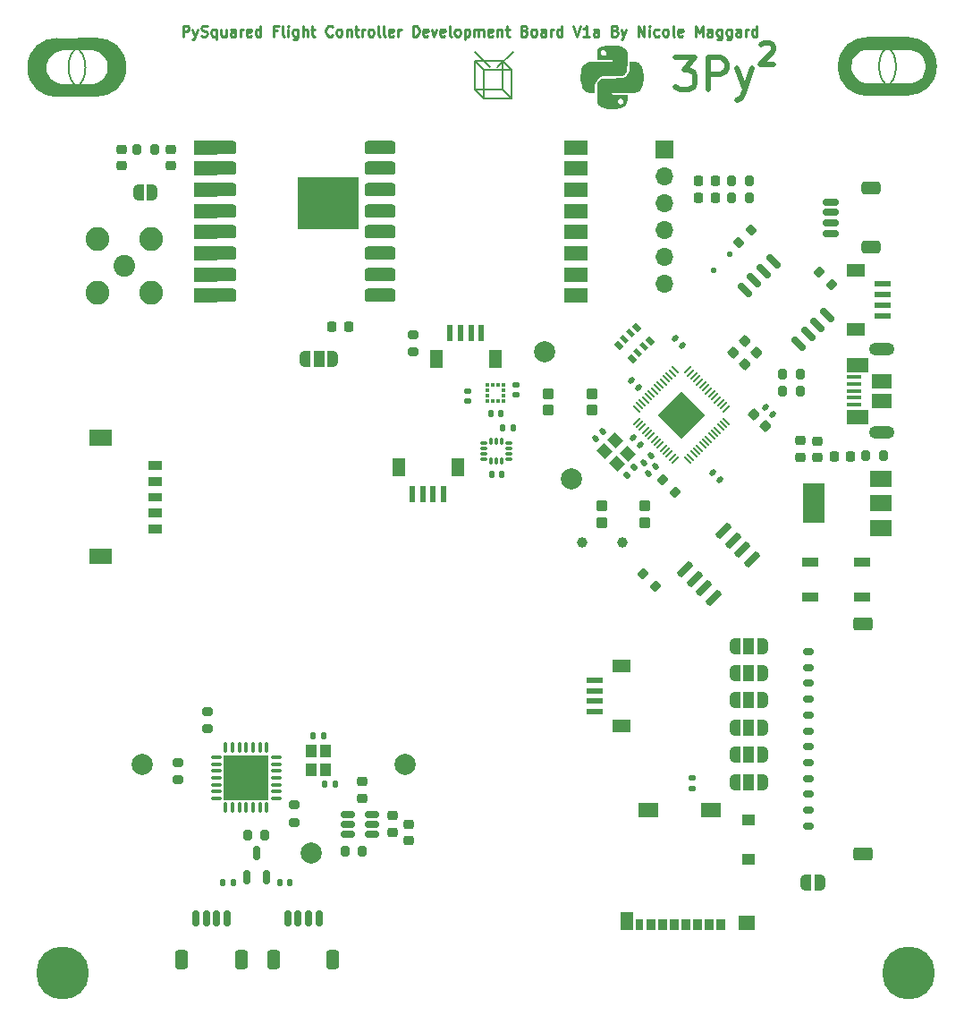
<source format=gbr>
%TF.GenerationSoftware,KiCad,Pcbnew,7.0.1*%
%TF.CreationDate,2024-01-18T19:19:15-07:00*%
%TF.ProjectId,flight_computer_dev_board_rfm98pw,666c6967-6874-45f6-936f-6d7075746572,rev?*%
%TF.SameCoordinates,Original*%
%TF.FileFunction,Soldermask,Top*%
%TF.FilePolarity,Negative*%
%FSLAX46Y46*%
G04 Gerber Fmt 4.6, Leading zero omitted, Abs format (unit mm)*
G04 Created by KiCad (PCBNEW 7.0.1) date 2024-01-18 19:19:15*
%MOMM*%
%LPD*%
G01*
G04 APERTURE LIST*
G04 Aperture macros list*
%AMRoundRect*
0 Rectangle with rounded corners*
0 $1 Rounding radius*
0 $2 $3 $4 $5 $6 $7 $8 $9 X,Y pos of 4 corners*
0 Add a 4 corners polygon primitive as box body*
4,1,4,$2,$3,$4,$5,$6,$7,$8,$9,$2,$3,0*
0 Add four circle primitives for the rounded corners*
1,1,$1+$1,$2,$3*
1,1,$1+$1,$4,$5*
1,1,$1+$1,$6,$7*
1,1,$1+$1,$8,$9*
0 Add four rect primitives between the rounded corners*
20,1,$1+$1,$2,$3,$4,$5,0*
20,1,$1+$1,$4,$5,$6,$7,0*
20,1,$1+$1,$6,$7,$8,$9,0*
20,1,$1+$1,$8,$9,$2,$3,0*%
%AMRotRect*
0 Rectangle, with rotation*
0 The origin of the aperture is its center*
0 $1 length*
0 $2 width*
0 $3 Rotation angle, in degrees counterclockwise*
0 Add horizontal line*
21,1,$1,$2,0,0,$3*%
%AMFreePoly0*
4,1,19,0.550000,-0.750000,0.000000,-0.750000,0.000000,-0.744911,-0.071157,-0.744911,-0.207708,-0.704816,-0.327430,-0.627875,-0.420627,-0.520320,-0.479746,-0.390866,-0.500000,-0.250000,-0.500000,0.250000,-0.479746,0.390866,-0.420627,0.520320,-0.327430,0.627875,-0.207708,0.704816,-0.071157,0.744911,0.000000,0.744911,0.000000,0.750000,0.550000,0.750000,0.550000,-0.750000,0.550000,-0.750000,
$1*%
%AMFreePoly1*
4,1,19,0.000000,0.744911,0.071157,0.744911,0.207708,0.704816,0.327430,0.627875,0.420627,0.520320,0.479746,0.390866,0.500000,0.250000,0.500000,-0.250000,0.479746,-0.390866,0.420627,-0.520320,0.327430,-0.627875,0.207708,-0.704816,0.071157,-0.744911,0.000000,-0.744911,0.000000,-0.750000,-0.550000,-0.750000,-0.550000,0.750000,0.000000,0.750000,0.000000,0.744911,0.000000,0.744911,
$1*%
%AMFreePoly2*
4,1,19,0.500000,-0.750000,0.000000,-0.750000,0.000000,-0.744911,-0.071157,-0.744911,-0.207708,-0.704816,-0.327430,-0.627875,-0.420627,-0.520320,-0.479746,-0.390866,-0.500000,-0.250000,-0.500000,0.250000,-0.479746,0.390866,-0.420627,0.520320,-0.327430,0.627875,-0.207708,0.704816,-0.071157,0.744911,0.000000,0.744911,0.000000,0.750000,0.500000,0.750000,0.500000,-0.750000,0.500000,-0.750000,
$1*%
%AMFreePoly3*
4,1,19,0.000000,0.744911,0.071157,0.744911,0.207708,0.704816,0.327430,0.627875,0.420627,0.520320,0.479746,0.390866,0.500000,0.250000,0.500000,-0.250000,0.479746,-0.390866,0.420627,-0.520320,0.327430,-0.627875,0.207708,-0.704816,0.071157,-0.744911,0.000000,-0.744911,0.000000,-0.750000,-0.500000,-0.750000,-0.500000,0.750000,0.000000,0.750000,0.000000,0.744911,0.000000,0.744911,
$1*%
G04 Aperture macros list end*
%ADD10C,0.200000*%
%ADD11C,0.150000*%
%ADD12C,0.500000*%
%ADD13C,0.250000*%
%ADD14C,0.010000*%
%ADD15C,2.000000*%
%ADD16FreePoly0,0.000000*%
%ADD17R,1.000000X1.500000*%
%ADD18FreePoly1,0.000000*%
%ADD19RoundRect,0.140000X-0.021213X0.219203X-0.219203X0.021213X0.021213X-0.219203X0.219203X-0.021213X0*%
%ADD20RoundRect,0.225000X0.250000X-0.225000X0.250000X0.225000X-0.250000X0.225000X-0.250000X-0.225000X0*%
%ADD21RoundRect,0.200000X-0.200000X-0.275000X0.200000X-0.275000X0.200000X0.275000X-0.200000X0.275000X0*%
%ADD22RoundRect,0.135000X0.185000X-0.135000X0.185000X0.135000X-0.185000X0.135000X-0.185000X-0.135000X0*%
%ADD23C,2.050000*%
%ADD24C,2.250000*%
%ADD25RoundRect,0.150000X-0.150000X-0.625000X0.150000X-0.625000X0.150000X0.625000X-0.150000X0.625000X0*%
%ADD26RoundRect,0.250000X-0.350000X-0.650000X0.350000X-0.650000X0.350000X0.650000X-0.350000X0.650000X0*%
%ADD27RoundRect,0.225000X-0.250000X0.225000X-0.250000X-0.225000X0.250000X-0.225000X0.250000X0.225000X0*%
%ADD28R,2.000000X1.500000*%
%ADD29R,2.000000X3.800000*%
%ADD30R,1.550000X0.600000*%
%ADD31R,1.800000X1.200000*%
%ADD32RoundRect,0.200000X-0.275000X0.200000X-0.275000X-0.200000X0.275000X-0.200000X0.275000X0.200000X0*%
%ADD33RoundRect,0.140000X0.021213X-0.219203X0.219203X-0.021213X-0.021213X0.219203X-0.219203X0.021213X0*%
%ADD34RoundRect,0.218750X0.218750X0.256250X-0.218750X0.256250X-0.218750X-0.256250X0.218750X-0.256250X0*%
%ADD35RotRect,0.800000X0.500000X135.000000*%
%ADD36RotRect,0.800000X0.400000X135.000000*%
%ADD37RoundRect,0.218750X-0.218750X-0.256250X0.218750X-0.256250X0.218750X0.256250X-0.218750X0.256250X0*%
%ADD38RoundRect,0.050800X-0.450000X-0.450000X0.450000X-0.450000X0.450000X0.450000X-0.450000X0.450000X0*%
%ADD39RoundRect,0.140000X-0.140000X-0.170000X0.140000X-0.170000X0.140000X0.170000X-0.140000X0.170000X0*%
%ADD40RoundRect,0.140000X-0.170000X0.140000X-0.170000X-0.140000X0.170000X-0.140000X0.170000X0.140000X0*%
%ADD41RoundRect,0.200000X0.200000X0.275000X-0.200000X0.275000X-0.200000X-0.275000X0.200000X-0.275000X0*%
%ADD42RoundRect,0.225000X0.017678X-0.335876X0.335876X-0.017678X-0.017678X0.335876X-0.335876X0.017678X0*%
%ADD43R,0.600000X1.550000*%
%ADD44R,1.200000X1.800000*%
%ADD45RoundRect,0.135000X-0.035355X0.226274X-0.226274X0.035355X0.035355X-0.226274X0.226274X-0.035355X0*%
%ADD46RotRect,1.150000X1.000000X315.000000*%
%ADD47RoundRect,0.140000X0.219203X0.021213X0.021213X0.219203X-0.219203X-0.021213X-0.021213X-0.219203X0*%
%ADD48RoundRect,0.140000X0.140000X0.170000X-0.140000X0.170000X-0.140000X-0.170000X0.140000X-0.170000X0*%
%ADD49FreePoly2,0.000000*%
%ADD50FreePoly3,0.000000*%
%ADD51R,1.000000X1.150000*%
%ADD52RoundRect,0.150000X-0.512500X-0.150000X0.512500X-0.150000X0.512500X0.150000X-0.512500X0.150000X0*%
%ADD53C,5.000000*%
%ADD54RoundRect,0.150000X0.150000X-0.512500X0.150000X0.512500X-0.150000X0.512500X-0.150000X-0.512500X0*%
%ADD55RoundRect,0.200000X0.335876X0.053033X0.053033X0.335876X-0.335876X-0.053033X-0.053033X-0.335876X0*%
%ADD56RoundRect,0.063500X1.000000X0.650000X-1.000000X0.650000X-1.000000X-0.650000X1.000000X-0.650000X0*%
%ADD57RoundRect,0.063500X2.849999X2.400000X-2.849999X2.400000X-2.849999X-2.400000X2.849999X-2.400000X0*%
%ADD58RoundRect,0.087500X-0.225000X-0.087500X0.225000X-0.087500X0.225000X0.087500X-0.225000X0.087500X0*%
%ADD59RoundRect,0.087500X-0.087500X-0.225000X0.087500X-0.225000X0.087500X0.225000X-0.087500X0.225000X0*%
%ADD60RoundRect,0.225000X-0.335876X-0.017678X-0.017678X-0.335876X0.335876X0.017678X0.017678X0.335876X0*%
%ADD61RoundRect,0.150000X-0.565685X0.353553X0.353553X-0.565685X0.565685X-0.353553X-0.353553X0.565685X0*%
%ADD62RoundRect,0.140000X-0.219203X-0.021213X-0.021213X-0.219203X0.219203X0.021213X0.021213X0.219203X0*%
%ADD63R,1.500000X0.900000*%
%ADD64RoundRect,0.125000X0.000000X-0.176777X0.176777X0.000000X0.000000X0.176777X-0.176777X0.000000X0*%
%ADD65R,0.850000X1.100000*%
%ADD66R,0.750000X1.100000*%
%ADD67R,1.200000X1.000000*%
%ADD68R,1.550000X1.350000*%
%ADD69R,1.900000X1.350000*%
%ADD70R,1.170000X1.800000*%
%ADD71RoundRect,0.150000X0.625000X-0.150000X0.625000X0.150000X-0.625000X0.150000X-0.625000X-0.150000X0*%
%ADD72RoundRect,0.250000X0.650000X-0.350000X0.650000X0.350000X-0.650000X0.350000X-0.650000X-0.350000X0*%
%ADD73RoundRect,0.200000X0.275000X-0.200000X0.275000X0.200000X-0.275000X0.200000X-0.275000X-0.200000X0*%
%ADD74RoundRect,0.050000X-0.309359X0.238649X0.238649X-0.309359X0.309359X-0.238649X-0.238649X0.309359X0*%
%ADD75RoundRect,0.050000X-0.309359X-0.238649X-0.238649X-0.309359X0.309359X0.238649X0.238649X0.309359X0*%
%ADD76RotRect,3.200000X3.200000X315.000000*%
%ADD77RoundRect,0.317500X1.157500X0.317500X-1.157500X0.317500X-1.157500X-0.317500X1.157500X-0.317500X0*%
%ADD78R,0.375000X0.350000*%
%ADD79R,0.350000X0.375000*%
%ADD80RoundRect,0.225000X0.225000X0.250000X-0.225000X0.250000X-0.225000X-0.250000X0.225000X-0.250000X0*%
%ADD81RoundRect,0.075000X-0.437500X-0.075000X0.437500X-0.075000X0.437500X0.075000X-0.437500X0.075000X0*%
%ADD82RoundRect,0.075000X-0.075000X-0.437500X0.075000X-0.437500X0.075000X0.437500X-0.075000X0.437500X0*%
%ADD83R,4.250000X4.250000*%
%ADD84RoundRect,0.150000X0.350000X-0.150000X0.350000X0.150000X-0.350000X0.150000X-0.350000X-0.150000X0*%
%ADD85RoundRect,0.250000X0.650000X-0.375000X0.650000X0.375000X-0.650000X0.375000X-0.650000X-0.375000X0*%
%ADD86RoundRect,0.200000X-0.335876X-0.053033X-0.053033X-0.335876X0.335876X0.053033X0.053033X0.335876X0*%
%ADD87RoundRect,0.150000X0.406586X0.618718X-0.618718X-0.406586X-0.406586X-0.618718X0.618718X0.406586X0*%
%ADD88RoundRect,0.200000X-0.053033X0.335876X-0.335876X0.053033X0.053033X-0.335876X0.335876X-0.053033X0*%
%ADD89R,1.380000X0.450000*%
%ADD90O,2.416000X1.208000*%
%ADD91R,2.100000X1.475000*%
%ADD92R,1.900000X1.375000*%
%ADD93R,1.700000X1.700000*%
%ADD94O,1.700000X1.700000*%
%ADD95C,1.000000*%
G04 APERTURE END LIST*
D10*
X187840000Y-52410000D02*
X186360000Y-50930000D01*
D11*
X153291978Y-52405459D02*
G75*
G03*
X153291978Y-52405459I-2692408J0D01*
G01*
D10*
X189040000Y-51820000D02*
X186340000Y-51820000D01*
X186340000Y-51820000D02*
X187190000Y-52670000D01*
X186340000Y-54520000D02*
X189040000Y-54520000D01*
X189040000Y-54520000D02*
X189040000Y-51820000D01*
D11*
X146799570Y-55127504D02*
X150599570Y-55134011D01*
D10*
X189040000Y-54520000D02*
X189890000Y-55370000D01*
X186340000Y-54520000D02*
X186340000Y-51820000D01*
D11*
X223543845Y-55035798D02*
X227343845Y-55042305D01*
X149506967Y-52430757D02*
G75*
G03*
X149506967Y-52430757I-2707397J0D01*
G01*
X230036253Y-52313753D02*
G75*
G03*
X230036253Y-52313753I-2692408J0D01*
G01*
X227393845Y-49635798D02*
X223593845Y-49642305D01*
X150649570Y-49727504D02*
X146849570Y-49734011D01*
D10*
X189890000Y-55370000D02*
X189890000Y-52670000D01*
X189040000Y-51820000D02*
X189890000Y-52670000D01*
X187190000Y-52670000D02*
X187190000Y-55370000D01*
X187190000Y-55370000D02*
X186340000Y-54520000D01*
X189890000Y-52670000D02*
X187190000Y-52670000D01*
X187190000Y-55370000D02*
X189890000Y-55370000D01*
X188520000Y-52390000D02*
X189990000Y-50920000D01*
D11*
X226251242Y-52339051D02*
G75*
G03*
X226251242Y-52339051I-2707397J0D01*
G01*
D12*
X213498571Y-50315714D02*
X213593809Y-50220476D01*
X213593809Y-50220476D02*
X213784285Y-50125238D01*
X213784285Y-50125238D02*
X214260476Y-50125238D01*
X214260476Y-50125238D02*
X214450952Y-50220476D01*
X214450952Y-50220476D02*
X214546190Y-50315714D01*
X214546190Y-50315714D02*
X214641428Y-50506190D01*
X214641428Y-50506190D02*
X214641428Y-50696666D01*
X214641428Y-50696666D02*
X214546190Y-50982380D01*
X214546190Y-50982380D02*
X213403333Y-52125238D01*
X213403333Y-52125238D02*
X214641428Y-52125238D01*
X205367143Y-51507857D02*
X207224286Y-51507857D01*
X207224286Y-51507857D02*
X206224286Y-52650714D01*
X206224286Y-52650714D02*
X206652857Y-52650714D01*
X206652857Y-52650714D02*
X206938572Y-52793571D01*
X206938572Y-52793571D02*
X207081429Y-52936428D01*
X207081429Y-52936428D02*
X207224286Y-53222142D01*
X207224286Y-53222142D02*
X207224286Y-53936428D01*
X207224286Y-53936428D02*
X207081429Y-54222142D01*
X207081429Y-54222142D02*
X206938572Y-54365000D01*
X206938572Y-54365000D02*
X206652857Y-54507857D01*
X206652857Y-54507857D02*
X205795714Y-54507857D01*
X205795714Y-54507857D02*
X205510000Y-54365000D01*
X205510000Y-54365000D02*
X205367143Y-54222142D01*
X208510000Y-54507857D02*
X208510000Y-51507857D01*
X208510000Y-51507857D02*
X209652857Y-51507857D01*
X209652857Y-51507857D02*
X209938572Y-51650714D01*
X209938572Y-51650714D02*
X210081429Y-51793571D01*
X210081429Y-51793571D02*
X210224286Y-52079285D01*
X210224286Y-52079285D02*
X210224286Y-52507857D01*
X210224286Y-52507857D02*
X210081429Y-52793571D01*
X210081429Y-52793571D02*
X209938572Y-52936428D01*
X209938572Y-52936428D02*
X209652857Y-53079285D01*
X209652857Y-53079285D02*
X208510000Y-53079285D01*
X211224286Y-52507857D02*
X211938572Y-54507857D01*
X212652857Y-52507857D02*
X211938572Y-54507857D01*
X211938572Y-54507857D02*
X211652857Y-55222142D01*
X211652857Y-55222142D02*
X211510000Y-55365000D01*
X211510000Y-55365000D02*
X211224286Y-55507857D01*
D13*
X158753328Y-49477619D02*
X158753328Y-48477619D01*
X158753328Y-48477619D02*
X159134280Y-48477619D01*
X159134280Y-48477619D02*
X159229518Y-48525238D01*
X159229518Y-48525238D02*
X159277137Y-48572857D01*
X159277137Y-48572857D02*
X159324756Y-48668095D01*
X159324756Y-48668095D02*
X159324756Y-48810952D01*
X159324756Y-48810952D02*
X159277137Y-48906190D01*
X159277137Y-48906190D02*
X159229518Y-48953809D01*
X159229518Y-48953809D02*
X159134280Y-49001428D01*
X159134280Y-49001428D02*
X158753328Y-49001428D01*
X159658090Y-48810952D02*
X159896185Y-49477619D01*
X160134280Y-48810952D02*
X159896185Y-49477619D01*
X159896185Y-49477619D02*
X159800947Y-49715714D01*
X159800947Y-49715714D02*
X159753328Y-49763333D01*
X159753328Y-49763333D02*
X159658090Y-49810952D01*
X160467614Y-49430000D02*
X160610471Y-49477619D01*
X160610471Y-49477619D02*
X160848566Y-49477619D01*
X160848566Y-49477619D02*
X160943804Y-49430000D01*
X160943804Y-49430000D02*
X160991423Y-49382380D01*
X160991423Y-49382380D02*
X161039042Y-49287142D01*
X161039042Y-49287142D02*
X161039042Y-49191904D01*
X161039042Y-49191904D02*
X160991423Y-49096666D01*
X160991423Y-49096666D02*
X160943804Y-49049047D01*
X160943804Y-49049047D02*
X160848566Y-49001428D01*
X160848566Y-49001428D02*
X160658090Y-48953809D01*
X160658090Y-48953809D02*
X160562852Y-48906190D01*
X160562852Y-48906190D02*
X160515233Y-48858571D01*
X160515233Y-48858571D02*
X160467614Y-48763333D01*
X160467614Y-48763333D02*
X160467614Y-48668095D01*
X160467614Y-48668095D02*
X160515233Y-48572857D01*
X160515233Y-48572857D02*
X160562852Y-48525238D01*
X160562852Y-48525238D02*
X160658090Y-48477619D01*
X160658090Y-48477619D02*
X160896185Y-48477619D01*
X160896185Y-48477619D02*
X161039042Y-48525238D01*
X161896185Y-48810952D02*
X161896185Y-49810952D01*
X161896185Y-49430000D02*
X161800947Y-49477619D01*
X161800947Y-49477619D02*
X161610471Y-49477619D01*
X161610471Y-49477619D02*
X161515233Y-49430000D01*
X161515233Y-49430000D02*
X161467614Y-49382380D01*
X161467614Y-49382380D02*
X161419995Y-49287142D01*
X161419995Y-49287142D02*
X161419995Y-49001428D01*
X161419995Y-49001428D02*
X161467614Y-48906190D01*
X161467614Y-48906190D02*
X161515233Y-48858571D01*
X161515233Y-48858571D02*
X161610471Y-48810952D01*
X161610471Y-48810952D02*
X161800947Y-48810952D01*
X161800947Y-48810952D02*
X161896185Y-48858571D01*
X162800947Y-48810952D02*
X162800947Y-49477619D01*
X162372376Y-48810952D02*
X162372376Y-49334761D01*
X162372376Y-49334761D02*
X162419995Y-49430000D01*
X162419995Y-49430000D02*
X162515233Y-49477619D01*
X162515233Y-49477619D02*
X162658090Y-49477619D01*
X162658090Y-49477619D02*
X162753328Y-49430000D01*
X162753328Y-49430000D02*
X162800947Y-49382380D01*
X163705709Y-49477619D02*
X163705709Y-48953809D01*
X163705709Y-48953809D02*
X163658090Y-48858571D01*
X163658090Y-48858571D02*
X163562852Y-48810952D01*
X163562852Y-48810952D02*
X163372376Y-48810952D01*
X163372376Y-48810952D02*
X163277138Y-48858571D01*
X163705709Y-49430000D02*
X163610471Y-49477619D01*
X163610471Y-49477619D02*
X163372376Y-49477619D01*
X163372376Y-49477619D02*
X163277138Y-49430000D01*
X163277138Y-49430000D02*
X163229519Y-49334761D01*
X163229519Y-49334761D02*
X163229519Y-49239523D01*
X163229519Y-49239523D02*
X163277138Y-49144285D01*
X163277138Y-49144285D02*
X163372376Y-49096666D01*
X163372376Y-49096666D02*
X163610471Y-49096666D01*
X163610471Y-49096666D02*
X163705709Y-49049047D01*
X164181900Y-49477619D02*
X164181900Y-48810952D01*
X164181900Y-49001428D02*
X164229519Y-48906190D01*
X164229519Y-48906190D02*
X164277138Y-48858571D01*
X164277138Y-48858571D02*
X164372376Y-48810952D01*
X164372376Y-48810952D02*
X164467614Y-48810952D01*
X165181900Y-49430000D02*
X165086662Y-49477619D01*
X165086662Y-49477619D02*
X164896186Y-49477619D01*
X164896186Y-49477619D02*
X164800948Y-49430000D01*
X164800948Y-49430000D02*
X164753329Y-49334761D01*
X164753329Y-49334761D02*
X164753329Y-48953809D01*
X164753329Y-48953809D02*
X164800948Y-48858571D01*
X164800948Y-48858571D02*
X164896186Y-48810952D01*
X164896186Y-48810952D02*
X165086662Y-48810952D01*
X165086662Y-48810952D02*
X165181900Y-48858571D01*
X165181900Y-48858571D02*
X165229519Y-48953809D01*
X165229519Y-48953809D02*
X165229519Y-49049047D01*
X165229519Y-49049047D02*
X164753329Y-49144285D01*
X166086662Y-49477619D02*
X166086662Y-48477619D01*
X166086662Y-49430000D02*
X165991424Y-49477619D01*
X165991424Y-49477619D02*
X165800948Y-49477619D01*
X165800948Y-49477619D02*
X165705710Y-49430000D01*
X165705710Y-49430000D02*
X165658091Y-49382380D01*
X165658091Y-49382380D02*
X165610472Y-49287142D01*
X165610472Y-49287142D02*
X165610472Y-49001428D01*
X165610472Y-49001428D02*
X165658091Y-48906190D01*
X165658091Y-48906190D02*
X165705710Y-48858571D01*
X165705710Y-48858571D02*
X165800948Y-48810952D01*
X165800948Y-48810952D02*
X165991424Y-48810952D01*
X165991424Y-48810952D02*
X166086662Y-48858571D01*
X167658091Y-48953809D02*
X167324758Y-48953809D01*
X167324758Y-49477619D02*
X167324758Y-48477619D01*
X167324758Y-48477619D02*
X167800948Y-48477619D01*
X168324758Y-49477619D02*
X168229520Y-49430000D01*
X168229520Y-49430000D02*
X168181901Y-49334761D01*
X168181901Y-49334761D02*
X168181901Y-48477619D01*
X168705711Y-49477619D02*
X168705711Y-48810952D01*
X168705711Y-48477619D02*
X168658092Y-48525238D01*
X168658092Y-48525238D02*
X168705711Y-48572857D01*
X168705711Y-48572857D02*
X168753330Y-48525238D01*
X168753330Y-48525238D02*
X168705711Y-48477619D01*
X168705711Y-48477619D02*
X168705711Y-48572857D01*
X169610472Y-48810952D02*
X169610472Y-49620476D01*
X169610472Y-49620476D02*
X169562853Y-49715714D01*
X169562853Y-49715714D02*
X169515234Y-49763333D01*
X169515234Y-49763333D02*
X169419996Y-49810952D01*
X169419996Y-49810952D02*
X169277139Y-49810952D01*
X169277139Y-49810952D02*
X169181901Y-49763333D01*
X169610472Y-49430000D02*
X169515234Y-49477619D01*
X169515234Y-49477619D02*
X169324758Y-49477619D01*
X169324758Y-49477619D02*
X169229520Y-49430000D01*
X169229520Y-49430000D02*
X169181901Y-49382380D01*
X169181901Y-49382380D02*
X169134282Y-49287142D01*
X169134282Y-49287142D02*
X169134282Y-49001428D01*
X169134282Y-49001428D02*
X169181901Y-48906190D01*
X169181901Y-48906190D02*
X169229520Y-48858571D01*
X169229520Y-48858571D02*
X169324758Y-48810952D01*
X169324758Y-48810952D02*
X169515234Y-48810952D01*
X169515234Y-48810952D02*
X169610472Y-48858571D01*
X170086663Y-49477619D02*
X170086663Y-48477619D01*
X170515234Y-49477619D02*
X170515234Y-48953809D01*
X170515234Y-48953809D02*
X170467615Y-48858571D01*
X170467615Y-48858571D02*
X170372377Y-48810952D01*
X170372377Y-48810952D02*
X170229520Y-48810952D01*
X170229520Y-48810952D02*
X170134282Y-48858571D01*
X170134282Y-48858571D02*
X170086663Y-48906190D01*
X170848568Y-48810952D02*
X171229520Y-48810952D01*
X170991425Y-48477619D02*
X170991425Y-49334761D01*
X170991425Y-49334761D02*
X171039044Y-49430000D01*
X171039044Y-49430000D02*
X171134282Y-49477619D01*
X171134282Y-49477619D02*
X171229520Y-49477619D01*
X172896187Y-49382380D02*
X172848568Y-49430000D01*
X172848568Y-49430000D02*
X172705711Y-49477619D01*
X172705711Y-49477619D02*
X172610473Y-49477619D01*
X172610473Y-49477619D02*
X172467616Y-49430000D01*
X172467616Y-49430000D02*
X172372378Y-49334761D01*
X172372378Y-49334761D02*
X172324759Y-49239523D01*
X172324759Y-49239523D02*
X172277140Y-49049047D01*
X172277140Y-49049047D02*
X172277140Y-48906190D01*
X172277140Y-48906190D02*
X172324759Y-48715714D01*
X172324759Y-48715714D02*
X172372378Y-48620476D01*
X172372378Y-48620476D02*
X172467616Y-48525238D01*
X172467616Y-48525238D02*
X172610473Y-48477619D01*
X172610473Y-48477619D02*
X172705711Y-48477619D01*
X172705711Y-48477619D02*
X172848568Y-48525238D01*
X172848568Y-48525238D02*
X172896187Y-48572857D01*
X173467616Y-49477619D02*
X173372378Y-49430000D01*
X173372378Y-49430000D02*
X173324759Y-49382380D01*
X173324759Y-49382380D02*
X173277140Y-49287142D01*
X173277140Y-49287142D02*
X173277140Y-49001428D01*
X173277140Y-49001428D02*
X173324759Y-48906190D01*
X173324759Y-48906190D02*
X173372378Y-48858571D01*
X173372378Y-48858571D02*
X173467616Y-48810952D01*
X173467616Y-48810952D02*
X173610473Y-48810952D01*
X173610473Y-48810952D02*
X173705711Y-48858571D01*
X173705711Y-48858571D02*
X173753330Y-48906190D01*
X173753330Y-48906190D02*
X173800949Y-49001428D01*
X173800949Y-49001428D02*
X173800949Y-49287142D01*
X173800949Y-49287142D02*
X173753330Y-49382380D01*
X173753330Y-49382380D02*
X173705711Y-49430000D01*
X173705711Y-49430000D02*
X173610473Y-49477619D01*
X173610473Y-49477619D02*
X173467616Y-49477619D01*
X174229521Y-48810952D02*
X174229521Y-49477619D01*
X174229521Y-48906190D02*
X174277140Y-48858571D01*
X174277140Y-48858571D02*
X174372378Y-48810952D01*
X174372378Y-48810952D02*
X174515235Y-48810952D01*
X174515235Y-48810952D02*
X174610473Y-48858571D01*
X174610473Y-48858571D02*
X174658092Y-48953809D01*
X174658092Y-48953809D02*
X174658092Y-49477619D01*
X174991426Y-48810952D02*
X175372378Y-48810952D01*
X175134283Y-48477619D02*
X175134283Y-49334761D01*
X175134283Y-49334761D02*
X175181902Y-49430000D01*
X175181902Y-49430000D02*
X175277140Y-49477619D01*
X175277140Y-49477619D02*
X175372378Y-49477619D01*
X175705712Y-49477619D02*
X175705712Y-48810952D01*
X175705712Y-49001428D02*
X175753331Y-48906190D01*
X175753331Y-48906190D02*
X175800950Y-48858571D01*
X175800950Y-48858571D02*
X175896188Y-48810952D01*
X175896188Y-48810952D02*
X175991426Y-48810952D01*
X176467617Y-49477619D02*
X176372379Y-49430000D01*
X176372379Y-49430000D02*
X176324760Y-49382380D01*
X176324760Y-49382380D02*
X176277141Y-49287142D01*
X176277141Y-49287142D02*
X176277141Y-49001428D01*
X176277141Y-49001428D02*
X176324760Y-48906190D01*
X176324760Y-48906190D02*
X176372379Y-48858571D01*
X176372379Y-48858571D02*
X176467617Y-48810952D01*
X176467617Y-48810952D02*
X176610474Y-48810952D01*
X176610474Y-48810952D02*
X176705712Y-48858571D01*
X176705712Y-48858571D02*
X176753331Y-48906190D01*
X176753331Y-48906190D02*
X176800950Y-49001428D01*
X176800950Y-49001428D02*
X176800950Y-49287142D01*
X176800950Y-49287142D02*
X176753331Y-49382380D01*
X176753331Y-49382380D02*
X176705712Y-49430000D01*
X176705712Y-49430000D02*
X176610474Y-49477619D01*
X176610474Y-49477619D02*
X176467617Y-49477619D01*
X177372379Y-49477619D02*
X177277141Y-49430000D01*
X177277141Y-49430000D02*
X177229522Y-49334761D01*
X177229522Y-49334761D02*
X177229522Y-48477619D01*
X177896189Y-49477619D02*
X177800951Y-49430000D01*
X177800951Y-49430000D02*
X177753332Y-49334761D01*
X177753332Y-49334761D02*
X177753332Y-48477619D01*
X178658094Y-49430000D02*
X178562856Y-49477619D01*
X178562856Y-49477619D02*
X178372380Y-49477619D01*
X178372380Y-49477619D02*
X178277142Y-49430000D01*
X178277142Y-49430000D02*
X178229523Y-49334761D01*
X178229523Y-49334761D02*
X178229523Y-48953809D01*
X178229523Y-48953809D02*
X178277142Y-48858571D01*
X178277142Y-48858571D02*
X178372380Y-48810952D01*
X178372380Y-48810952D02*
X178562856Y-48810952D01*
X178562856Y-48810952D02*
X178658094Y-48858571D01*
X178658094Y-48858571D02*
X178705713Y-48953809D01*
X178705713Y-48953809D02*
X178705713Y-49049047D01*
X178705713Y-49049047D02*
X178229523Y-49144285D01*
X179134285Y-49477619D02*
X179134285Y-48810952D01*
X179134285Y-49001428D02*
X179181904Y-48906190D01*
X179181904Y-48906190D02*
X179229523Y-48858571D01*
X179229523Y-48858571D02*
X179324761Y-48810952D01*
X179324761Y-48810952D02*
X179419999Y-48810952D01*
X180515238Y-49477619D02*
X180515238Y-48477619D01*
X180515238Y-48477619D02*
X180753333Y-48477619D01*
X180753333Y-48477619D02*
X180896190Y-48525238D01*
X180896190Y-48525238D02*
X180991428Y-48620476D01*
X180991428Y-48620476D02*
X181039047Y-48715714D01*
X181039047Y-48715714D02*
X181086666Y-48906190D01*
X181086666Y-48906190D02*
X181086666Y-49049047D01*
X181086666Y-49049047D02*
X181039047Y-49239523D01*
X181039047Y-49239523D02*
X180991428Y-49334761D01*
X180991428Y-49334761D02*
X180896190Y-49430000D01*
X180896190Y-49430000D02*
X180753333Y-49477619D01*
X180753333Y-49477619D02*
X180515238Y-49477619D01*
X181896190Y-49430000D02*
X181800952Y-49477619D01*
X181800952Y-49477619D02*
X181610476Y-49477619D01*
X181610476Y-49477619D02*
X181515238Y-49430000D01*
X181515238Y-49430000D02*
X181467619Y-49334761D01*
X181467619Y-49334761D02*
X181467619Y-48953809D01*
X181467619Y-48953809D02*
X181515238Y-48858571D01*
X181515238Y-48858571D02*
X181610476Y-48810952D01*
X181610476Y-48810952D02*
X181800952Y-48810952D01*
X181800952Y-48810952D02*
X181896190Y-48858571D01*
X181896190Y-48858571D02*
X181943809Y-48953809D01*
X181943809Y-48953809D02*
X181943809Y-49049047D01*
X181943809Y-49049047D02*
X181467619Y-49144285D01*
X182277143Y-48810952D02*
X182515238Y-49477619D01*
X182515238Y-49477619D02*
X182753333Y-48810952D01*
X183515238Y-49430000D02*
X183420000Y-49477619D01*
X183420000Y-49477619D02*
X183229524Y-49477619D01*
X183229524Y-49477619D02*
X183134286Y-49430000D01*
X183134286Y-49430000D02*
X183086667Y-49334761D01*
X183086667Y-49334761D02*
X183086667Y-48953809D01*
X183086667Y-48953809D02*
X183134286Y-48858571D01*
X183134286Y-48858571D02*
X183229524Y-48810952D01*
X183229524Y-48810952D02*
X183420000Y-48810952D01*
X183420000Y-48810952D02*
X183515238Y-48858571D01*
X183515238Y-48858571D02*
X183562857Y-48953809D01*
X183562857Y-48953809D02*
X183562857Y-49049047D01*
X183562857Y-49049047D02*
X183086667Y-49144285D01*
X184134286Y-49477619D02*
X184039048Y-49430000D01*
X184039048Y-49430000D02*
X183991429Y-49334761D01*
X183991429Y-49334761D02*
X183991429Y-48477619D01*
X184658096Y-49477619D02*
X184562858Y-49430000D01*
X184562858Y-49430000D02*
X184515239Y-49382380D01*
X184515239Y-49382380D02*
X184467620Y-49287142D01*
X184467620Y-49287142D02*
X184467620Y-49001428D01*
X184467620Y-49001428D02*
X184515239Y-48906190D01*
X184515239Y-48906190D02*
X184562858Y-48858571D01*
X184562858Y-48858571D02*
X184658096Y-48810952D01*
X184658096Y-48810952D02*
X184800953Y-48810952D01*
X184800953Y-48810952D02*
X184896191Y-48858571D01*
X184896191Y-48858571D02*
X184943810Y-48906190D01*
X184943810Y-48906190D02*
X184991429Y-49001428D01*
X184991429Y-49001428D02*
X184991429Y-49287142D01*
X184991429Y-49287142D02*
X184943810Y-49382380D01*
X184943810Y-49382380D02*
X184896191Y-49430000D01*
X184896191Y-49430000D02*
X184800953Y-49477619D01*
X184800953Y-49477619D02*
X184658096Y-49477619D01*
X185420001Y-48810952D02*
X185420001Y-49810952D01*
X185420001Y-48858571D02*
X185515239Y-48810952D01*
X185515239Y-48810952D02*
X185705715Y-48810952D01*
X185705715Y-48810952D02*
X185800953Y-48858571D01*
X185800953Y-48858571D02*
X185848572Y-48906190D01*
X185848572Y-48906190D02*
X185896191Y-49001428D01*
X185896191Y-49001428D02*
X185896191Y-49287142D01*
X185896191Y-49287142D02*
X185848572Y-49382380D01*
X185848572Y-49382380D02*
X185800953Y-49430000D01*
X185800953Y-49430000D02*
X185705715Y-49477619D01*
X185705715Y-49477619D02*
X185515239Y-49477619D01*
X185515239Y-49477619D02*
X185420001Y-49430000D01*
X186324763Y-49477619D02*
X186324763Y-48810952D01*
X186324763Y-48906190D02*
X186372382Y-48858571D01*
X186372382Y-48858571D02*
X186467620Y-48810952D01*
X186467620Y-48810952D02*
X186610477Y-48810952D01*
X186610477Y-48810952D02*
X186705715Y-48858571D01*
X186705715Y-48858571D02*
X186753334Y-48953809D01*
X186753334Y-48953809D02*
X186753334Y-49477619D01*
X186753334Y-48953809D02*
X186800953Y-48858571D01*
X186800953Y-48858571D02*
X186896191Y-48810952D01*
X186896191Y-48810952D02*
X187039048Y-48810952D01*
X187039048Y-48810952D02*
X187134287Y-48858571D01*
X187134287Y-48858571D02*
X187181906Y-48953809D01*
X187181906Y-48953809D02*
X187181906Y-49477619D01*
X188039048Y-49430000D02*
X187943810Y-49477619D01*
X187943810Y-49477619D02*
X187753334Y-49477619D01*
X187753334Y-49477619D02*
X187658096Y-49430000D01*
X187658096Y-49430000D02*
X187610477Y-49334761D01*
X187610477Y-49334761D02*
X187610477Y-48953809D01*
X187610477Y-48953809D02*
X187658096Y-48858571D01*
X187658096Y-48858571D02*
X187753334Y-48810952D01*
X187753334Y-48810952D02*
X187943810Y-48810952D01*
X187943810Y-48810952D02*
X188039048Y-48858571D01*
X188039048Y-48858571D02*
X188086667Y-48953809D01*
X188086667Y-48953809D02*
X188086667Y-49049047D01*
X188086667Y-49049047D02*
X187610477Y-49144285D01*
X188515239Y-48810952D02*
X188515239Y-49477619D01*
X188515239Y-48906190D02*
X188562858Y-48858571D01*
X188562858Y-48858571D02*
X188658096Y-48810952D01*
X188658096Y-48810952D02*
X188800953Y-48810952D01*
X188800953Y-48810952D02*
X188896191Y-48858571D01*
X188896191Y-48858571D02*
X188943810Y-48953809D01*
X188943810Y-48953809D02*
X188943810Y-49477619D01*
X189277144Y-48810952D02*
X189658096Y-48810952D01*
X189420001Y-48477619D02*
X189420001Y-49334761D01*
X189420001Y-49334761D02*
X189467620Y-49430000D01*
X189467620Y-49430000D02*
X189562858Y-49477619D01*
X189562858Y-49477619D02*
X189658096Y-49477619D01*
X191086668Y-48953809D02*
X191229525Y-49001428D01*
X191229525Y-49001428D02*
X191277144Y-49049047D01*
X191277144Y-49049047D02*
X191324763Y-49144285D01*
X191324763Y-49144285D02*
X191324763Y-49287142D01*
X191324763Y-49287142D02*
X191277144Y-49382380D01*
X191277144Y-49382380D02*
X191229525Y-49430000D01*
X191229525Y-49430000D02*
X191134287Y-49477619D01*
X191134287Y-49477619D02*
X190753335Y-49477619D01*
X190753335Y-49477619D02*
X190753335Y-48477619D01*
X190753335Y-48477619D02*
X191086668Y-48477619D01*
X191086668Y-48477619D02*
X191181906Y-48525238D01*
X191181906Y-48525238D02*
X191229525Y-48572857D01*
X191229525Y-48572857D02*
X191277144Y-48668095D01*
X191277144Y-48668095D02*
X191277144Y-48763333D01*
X191277144Y-48763333D02*
X191229525Y-48858571D01*
X191229525Y-48858571D02*
X191181906Y-48906190D01*
X191181906Y-48906190D02*
X191086668Y-48953809D01*
X191086668Y-48953809D02*
X190753335Y-48953809D01*
X191896192Y-49477619D02*
X191800954Y-49430000D01*
X191800954Y-49430000D02*
X191753335Y-49382380D01*
X191753335Y-49382380D02*
X191705716Y-49287142D01*
X191705716Y-49287142D02*
X191705716Y-49001428D01*
X191705716Y-49001428D02*
X191753335Y-48906190D01*
X191753335Y-48906190D02*
X191800954Y-48858571D01*
X191800954Y-48858571D02*
X191896192Y-48810952D01*
X191896192Y-48810952D02*
X192039049Y-48810952D01*
X192039049Y-48810952D02*
X192134287Y-48858571D01*
X192134287Y-48858571D02*
X192181906Y-48906190D01*
X192181906Y-48906190D02*
X192229525Y-49001428D01*
X192229525Y-49001428D02*
X192229525Y-49287142D01*
X192229525Y-49287142D02*
X192181906Y-49382380D01*
X192181906Y-49382380D02*
X192134287Y-49430000D01*
X192134287Y-49430000D02*
X192039049Y-49477619D01*
X192039049Y-49477619D02*
X191896192Y-49477619D01*
X193086668Y-49477619D02*
X193086668Y-48953809D01*
X193086668Y-48953809D02*
X193039049Y-48858571D01*
X193039049Y-48858571D02*
X192943811Y-48810952D01*
X192943811Y-48810952D02*
X192753335Y-48810952D01*
X192753335Y-48810952D02*
X192658097Y-48858571D01*
X193086668Y-49430000D02*
X192991430Y-49477619D01*
X192991430Y-49477619D02*
X192753335Y-49477619D01*
X192753335Y-49477619D02*
X192658097Y-49430000D01*
X192658097Y-49430000D02*
X192610478Y-49334761D01*
X192610478Y-49334761D02*
X192610478Y-49239523D01*
X192610478Y-49239523D02*
X192658097Y-49144285D01*
X192658097Y-49144285D02*
X192753335Y-49096666D01*
X192753335Y-49096666D02*
X192991430Y-49096666D01*
X192991430Y-49096666D02*
X193086668Y-49049047D01*
X193562859Y-49477619D02*
X193562859Y-48810952D01*
X193562859Y-49001428D02*
X193610478Y-48906190D01*
X193610478Y-48906190D02*
X193658097Y-48858571D01*
X193658097Y-48858571D02*
X193753335Y-48810952D01*
X193753335Y-48810952D02*
X193848573Y-48810952D01*
X194610478Y-49477619D02*
X194610478Y-48477619D01*
X194610478Y-49430000D02*
X194515240Y-49477619D01*
X194515240Y-49477619D02*
X194324764Y-49477619D01*
X194324764Y-49477619D02*
X194229526Y-49430000D01*
X194229526Y-49430000D02*
X194181907Y-49382380D01*
X194181907Y-49382380D02*
X194134288Y-49287142D01*
X194134288Y-49287142D02*
X194134288Y-49001428D01*
X194134288Y-49001428D02*
X194181907Y-48906190D01*
X194181907Y-48906190D02*
X194229526Y-48858571D01*
X194229526Y-48858571D02*
X194324764Y-48810952D01*
X194324764Y-48810952D02*
X194515240Y-48810952D01*
X194515240Y-48810952D02*
X194610478Y-48858571D01*
X195705717Y-48477619D02*
X196039050Y-49477619D01*
X196039050Y-49477619D02*
X196372383Y-48477619D01*
X197229526Y-49477619D02*
X196658098Y-49477619D01*
X196943812Y-49477619D02*
X196943812Y-48477619D01*
X196943812Y-48477619D02*
X196848574Y-48620476D01*
X196848574Y-48620476D02*
X196753336Y-48715714D01*
X196753336Y-48715714D02*
X196658098Y-48763333D01*
X198086669Y-49477619D02*
X198086669Y-48953809D01*
X198086669Y-48953809D02*
X198039050Y-48858571D01*
X198039050Y-48858571D02*
X197943812Y-48810952D01*
X197943812Y-48810952D02*
X197753336Y-48810952D01*
X197753336Y-48810952D02*
X197658098Y-48858571D01*
X198086669Y-49430000D02*
X197991431Y-49477619D01*
X197991431Y-49477619D02*
X197753336Y-49477619D01*
X197753336Y-49477619D02*
X197658098Y-49430000D01*
X197658098Y-49430000D02*
X197610479Y-49334761D01*
X197610479Y-49334761D02*
X197610479Y-49239523D01*
X197610479Y-49239523D02*
X197658098Y-49144285D01*
X197658098Y-49144285D02*
X197753336Y-49096666D01*
X197753336Y-49096666D02*
X197991431Y-49096666D01*
X197991431Y-49096666D02*
X198086669Y-49049047D01*
X199658098Y-48953809D02*
X199800955Y-49001428D01*
X199800955Y-49001428D02*
X199848574Y-49049047D01*
X199848574Y-49049047D02*
X199896193Y-49144285D01*
X199896193Y-49144285D02*
X199896193Y-49287142D01*
X199896193Y-49287142D02*
X199848574Y-49382380D01*
X199848574Y-49382380D02*
X199800955Y-49430000D01*
X199800955Y-49430000D02*
X199705717Y-49477619D01*
X199705717Y-49477619D02*
X199324765Y-49477619D01*
X199324765Y-49477619D02*
X199324765Y-48477619D01*
X199324765Y-48477619D02*
X199658098Y-48477619D01*
X199658098Y-48477619D02*
X199753336Y-48525238D01*
X199753336Y-48525238D02*
X199800955Y-48572857D01*
X199800955Y-48572857D02*
X199848574Y-48668095D01*
X199848574Y-48668095D02*
X199848574Y-48763333D01*
X199848574Y-48763333D02*
X199800955Y-48858571D01*
X199800955Y-48858571D02*
X199753336Y-48906190D01*
X199753336Y-48906190D02*
X199658098Y-48953809D01*
X199658098Y-48953809D02*
X199324765Y-48953809D01*
X200229527Y-48810952D02*
X200467622Y-49477619D01*
X200705717Y-48810952D02*
X200467622Y-49477619D01*
X200467622Y-49477619D02*
X200372384Y-49715714D01*
X200372384Y-49715714D02*
X200324765Y-49763333D01*
X200324765Y-49763333D02*
X200229527Y-49810952D01*
X201848575Y-49477619D02*
X201848575Y-48477619D01*
X201848575Y-48477619D02*
X202420003Y-49477619D01*
X202420003Y-49477619D02*
X202420003Y-48477619D01*
X202896194Y-49477619D02*
X202896194Y-48810952D01*
X202896194Y-48477619D02*
X202848575Y-48525238D01*
X202848575Y-48525238D02*
X202896194Y-48572857D01*
X202896194Y-48572857D02*
X202943813Y-48525238D01*
X202943813Y-48525238D02*
X202896194Y-48477619D01*
X202896194Y-48477619D02*
X202896194Y-48572857D01*
X203800955Y-49430000D02*
X203705717Y-49477619D01*
X203705717Y-49477619D02*
X203515241Y-49477619D01*
X203515241Y-49477619D02*
X203420003Y-49430000D01*
X203420003Y-49430000D02*
X203372384Y-49382380D01*
X203372384Y-49382380D02*
X203324765Y-49287142D01*
X203324765Y-49287142D02*
X203324765Y-49001428D01*
X203324765Y-49001428D02*
X203372384Y-48906190D01*
X203372384Y-48906190D02*
X203420003Y-48858571D01*
X203420003Y-48858571D02*
X203515241Y-48810952D01*
X203515241Y-48810952D02*
X203705717Y-48810952D01*
X203705717Y-48810952D02*
X203800955Y-48858571D01*
X204372384Y-49477619D02*
X204277146Y-49430000D01*
X204277146Y-49430000D02*
X204229527Y-49382380D01*
X204229527Y-49382380D02*
X204181908Y-49287142D01*
X204181908Y-49287142D02*
X204181908Y-49001428D01*
X204181908Y-49001428D02*
X204229527Y-48906190D01*
X204229527Y-48906190D02*
X204277146Y-48858571D01*
X204277146Y-48858571D02*
X204372384Y-48810952D01*
X204372384Y-48810952D02*
X204515241Y-48810952D01*
X204515241Y-48810952D02*
X204610479Y-48858571D01*
X204610479Y-48858571D02*
X204658098Y-48906190D01*
X204658098Y-48906190D02*
X204705717Y-49001428D01*
X204705717Y-49001428D02*
X204705717Y-49287142D01*
X204705717Y-49287142D02*
X204658098Y-49382380D01*
X204658098Y-49382380D02*
X204610479Y-49430000D01*
X204610479Y-49430000D02*
X204515241Y-49477619D01*
X204515241Y-49477619D02*
X204372384Y-49477619D01*
X205277146Y-49477619D02*
X205181908Y-49430000D01*
X205181908Y-49430000D02*
X205134289Y-49334761D01*
X205134289Y-49334761D02*
X205134289Y-48477619D01*
X206039051Y-49430000D02*
X205943813Y-49477619D01*
X205943813Y-49477619D02*
X205753337Y-49477619D01*
X205753337Y-49477619D02*
X205658099Y-49430000D01*
X205658099Y-49430000D02*
X205610480Y-49334761D01*
X205610480Y-49334761D02*
X205610480Y-48953809D01*
X205610480Y-48953809D02*
X205658099Y-48858571D01*
X205658099Y-48858571D02*
X205753337Y-48810952D01*
X205753337Y-48810952D02*
X205943813Y-48810952D01*
X205943813Y-48810952D02*
X206039051Y-48858571D01*
X206039051Y-48858571D02*
X206086670Y-48953809D01*
X206086670Y-48953809D02*
X206086670Y-49049047D01*
X206086670Y-49049047D02*
X205610480Y-49144285D01*
X207277147Y-49477619D02*
X207277147Y-48477619D01*
X207277147Y-48477619D02*
X207610480Y-49191904D01*
X207610480Y-49191904D02*
X207943813Y-48477619D01*
X207943813Y-48477619D02*
X207943813Y-49477619D01*
X208848575Y-49477619D02*
X208848575Y-48953809D01*
X208848575Y-48953809D02*
X208800956Y-48858571D01*
X208800956Y-48858571D02*
X208705718Y-48810952D01*
X208705718Y-48810952D02*
X208515242Y-48810952D01*
X208515242Y-48810952D02*
X208420004Y-48858571D01*
X208848575Y-49430000D02*
X208753337Y-49477619D01*
X208753337Y-49477619D02*
X208515242Y-49477619D01*
X208515242Y-49477619D02*
X208420004Y-49430000D01*
X208420004Y-49430000D02*
X208372385Y-49334761D01*
X208372385Y-49334761D02*
X208372385Y-49239523D01*
X208372385Y-49239523D02*
X208420004Y-49144285D01*
X208420004Y-49144285D02*
X208515242Y-49096666D01*
X208515242Y-49096666D02*
X208753337Y-49096666D01*
X208753337Y-49096666D02*
X208848575Y-49049047D01*
X209753337Y-48810952D02*
X209753337Y-49620476D01*
X209753337Y-49620476D02*
X209705718Y-49715714D01*
X209705718Y-49715714D02*
X209658099Y-49763333D01*
X209658099Y-49763333D02*
X209562861Y-49810952D01*
X209562861Y-49810952D02*
X209420004Y-49810952D01*
X209420004Y-49810952D02*
X209324766Y-49763333D01*
X209753337Y-49430000D02*
X209658099Y-49477619D01*
X209658099Y-49477619D02*
X209467623Y-49477619D01*
X209467623Y-49477619D02*
X209372385Y-49430000D01*
X209372385Y-49430000D02*
X209324766Y-49382380D01*
X209324766Y-49382380D02*
X209277147Y-49287142D01*
X209277147Y-49287142D02*
X209277147Y-49001428D01*
X209277147Y-49001428D02*
X209324766Y-48906190D01*
X209324766Y-48906190D02*
X209372385Y-48858571D01*
X209372385Y-48858571D02*
X209467623Y-48810952D01*
X209467623Y-48810952D02*
X209658099Y-48810952D01*
X209658099Y-48810952D02*
X209753337Y-48858571D01*
X210658099Y-48810952D02*
X210658099Y-49620476D01*
X210658099Y-49620476D02*
X210610480Y-49715714D01*
X210610480Y-49715714D02*
X210562861Y-49763333D01*
X210562861Y-49763333D02*
X210467623Y-49810952D01*
X210467623Y-49810952D02*
X210324766Y-49810952D01*
X210324766Y-49810952D02*
X210229528Y-49763333D01*
X210658099Y-49430000D02*
X210562861Y-49477619D01*
X210562861Y-49477619D02*
X210372385Y-49477619D01*
X210372385Y-49477619D02*
X210277147Y-49430000D01*
X210277147Y-49430000D02*
X210229528Y-49382380D01*
X210229528Y-49382380D02*
X210181909Y-49287142D01*
X210181909Y-49287142D02*
X210181909Y-49001428D01*
X210181909Y-49001428D02*
X210229528Y-48906190D01*
X210229528Y-48906190D02*
X210277147Y-48858571D01*
X210277147Y-48858571D02*
X210372385Y-48810952D01*
X210372385Y-48810952D02*
X210562861Y-48810952D01*
X210562861Y-48810952D02*
X210658099Y-48858571D01*
X211562861Y-49477619D02*
X211562861Y-48953809D01*
X211562861Y-48953809D02*
X211515242Y-48858571D01*
X211515242Y-48858571D02*
X211420004Y-48810952D01*
X211420004Y-48810952D02*
X211229528Y-48810952D01*
X211229528Y-48810952D02*
X211134290Y-48858571D01*
X211562861Y-49430000D02*
X211467623Y-49477619D01*
X211467623Y-49477619D02*
X211229528Y-49477619D01*
X211229528Y-49477619D02*
X211134290Y-49430000D01*
X211134290Y-49430000D02*
X211086671Y-49334761D01*
X211086671Y-49334761D02*
X211086671Y-49239523D01*
X211086671Y-49239523D02*
X211134290Y-49144285D01*
X211134290Y-49144285D02*
X211229528Y-49096666D01*
X211229528Y-49096666D02*
X211467623Y-49096666D01*
X211467623Y-49096666D02*
X211562861Y-49049047D01*
X212039052Y-49477619D02*
X212039052Y-48810952D01*
X212039052Y-49001428D02*
X212086671Y-48906190D01*
X212086671Y-48906190D02*
X212134290Y-48858571D01*
X212134290Y-48858571D02*
X212229528Y-48810952D01*
X212229528Y-48810952D02*
X212324766Y-48810952D01*
X213086671Y-49477619D02*
X213086671Y-48477619D01*
X213086671Y-49430000D02*
X212991433Y-49477619D01*
X212991433Y-49477619D02*
X212800957Y-49477619D01*
X212800957Y-49477619D02*
X212705719Y-49430000D01*
X212705719Y-49430000D02*
X212658100Y-49382380D01*
X212658100Y-49382380D02*
X212610481Y-49287142D01*
X212610481Y-49287142D02*
X212610481Y-49001428D01*
X212610481Y-49001428D02*
X212658100Y-48906190D01*
X212658100Y-48906190D02*
X212705719Y-48858571D01*
X212705719Y-48858571D02*
X212800957Y-48810952D01*
X212800957Y-48810952D02*
X212991433Y-48810952D01*
X212991433Y-48810952D02*
X213086671Y-48858571D01*
%TO.C,G\u002A\u002A\u002A*%
G36*
X197953873Y-51095760D02*
G01*
X198300776Y-51095760D01*
X198316177Y-51160561D01*
X198354071Y-51220168D01*
X198362590Y-51230520D01*
X198442115Y-51304752D01*
X198524419Y-51336718D01*
X198617558Y-51328481D01*
X198671536Y-51309585D01*
X198736159Y-51267705D01*
X198790055Y-51208966D01*
X198793495Y-51203566D01*
X198832517Y-51104535D01*
X198833434Y-51008842D01*
X198802407Y-50922723D01*
X198745597Y-50852410D01*
X198669164Y-50804140D01*
X198579270Y-50784147D01*
X198482076Y-50798665D01*
X198421634Y-50827254D01*
X198347954Y-50887129D01*
X198310638Y-50959706D01*
X198302832Y-51006924D01*
X198300776Y-51095760D01*
X197953873Y-51095760D01*
X197956323Y-51019225D01*
X197961376Y-50936661D01*
X197968771Y-50875793D01*
X197979379Y-50828973D01*
X197994070Y-50788553D01*
X198009499Y-50755380D01*
X198083318Y-50648984D01*
X198192344Y-50559402D01*
X198337692Y-50486304D01*
X198520473Y-50429362D01*
X198741803Y-50388245D01*
X199002793Y-50362626D01*
X199304559Y-50352175D01*
X199374384Y-50351877D01*
X199620334Y-50355565D01*
X199828168Y-50366891D01*
X200003889Y-50386690D01*
X200153499Y-50415801D01*
X200283002Y-50455060D01*
X200367669Y-50490315D01*
X200521673Y-50583331D01*
X200652262Y-50704203D01*
X200749839Y-50843813D01*
X200759384Y-50862427D01*
X200814015Y-50973444D01*
X200814015Y-51843919D01*
X200813941Y-52064303D01*
X200813565Y-52244691D01*
X200812655Y-52389729D01*
X200810981Y-52504060D01*
X200808310Y-52592329D01*
X200804410Y-52659181D01*
X200799051Y-52709259D01*
X200792001Y-52747209D01*
X200783028Y-52777674D01*
X200771901Y-52805300D01*
X200765374Y-52819681D01*
X200694072Y-52937753D01*
X200596415Y-53050432D01*
X200485612Y-53144255D01*
X200394708Y-53197450D01*
X200364950Y-53210463D01*
X200335662Y-53221195D01*
X200302299Y-53229925D01*
X200260311Y-53236936D01*
X200205151Y-53242508D01*
X200132272Y-53246923D01*
X200037124Y-53250461D01*
X199915161Y-53253405D01*
X199761835Y-53256035D01*
X199572597Y-53258632D01*
X199363224Y-53261230D01*
X198448109Y-53272390D01*
X198296919Y-53344006D01*
X198169903Y-53418755D01*
X198047139Y-53516928D01*
X197941122Y-53627009D01*
X197864344Y-53737482D01*
X197858969Y-53747688D01*
X197817011Y-53840902D01*
X197786124Y-53938344D01*
X197764912Y-54048737D01*
X197751981Y-54180804D01*
X197745936Y-54343266D01*
X197745034Y-54460032D01*
X197745034Y-54823620D01*
X197438136Y-54822127D01*
X197298879Y-54819165D01*
X197178414Y-54812166D01*
X197086037Y-54801832D01*
X197039644Y-54791966D01*
X196894540Y-54727350D01*
X196769404Y-54629565D01*
X196662942Y-54496684D01*
X196573863Y-54326777D01*
X196500873Y-54117915D01*
X196451815Y-53914728D01*
X196402593Y-53581746D01*
X196393612Y-53257385D01*
X196425110Y-52932391D01*
X196484634Y-52645814D01*
X196557431Y-52436491D01*
X196660560Y-52257242D01*
X196792418Y-52110153D01*
X196951402Y-51997310D01*
X197003611Y-51970697D01*
X197131238Y-51910879D01*
X199385544Y-51888559D01*
X199385544Y-51710000D01*
X198663993Y-51704108D01*
X197942443Y-51698217D01*
X197949758Y-51280031D01*
X197952740Y-51131132D01*
X197953873Y-51095760D01*
G37*
G36*
X197953403Y-55617131D02*
G01*
X199930084Y-55617131D01*
X199934155Y-55712929D01*
X199973516Y-55805890D01*
X200004387Y-55845189D01*
X200085754Y-55911664D01*
X200171453Y-55935834D01*
X200269511Y-55919386D01*
X200300886Y-55907477D01*
X200386643Y-55851652D01*
X200440159Y-55775604D01*
X200463194Y-55688032D01*
X200457509Y-55597637D01*
X200424863Y-55513120D01*
X200367017Y-55443180D01*
X200285731Y-55396519D01*
X200194495Y-55381617D01*
X200093508Y-55400738D01*
X200013370Y-55452232D01*
X199957692Y-55527298D01*
X199930084Y-55617131D01*
X197953403Y-55617131D01*
X197950506Y-55554978D01*
X197948280Y-55458166D01*
X197946992Y-55333379D01*
X197946377Y-55175813D01*
X197946166Y-54980666D01*
X197946131Y-54874677D01*
X197946197Y-54658690D01*
X197946674Y-54482459D01*
X197947795Y-54341103D01*
X197949790Y-54229740D01*
X197952892Y-54143487D01*
X197957331Y-54077463D01*
X197963341Y-54026784D01*
X197971151Y-53986568D01*
X197980995Y-53951934D01*
X197991297Y-53922800D01*
X198070223Y-53773435D01*
X198184836Y-53644220D01*
X198327907Y-53543018D01*
X198351884Y-53530486D01*
X198488719Y-53462109D01*
X199271929Y-53461667D01*
X199462163Y-53460931D01*
X199644666Y-53459044D01*
X199813000Y-53456159D01*
X199960726Y-53452432D01*
X200081405Y-53448017D01*
X200168600Y-53443070D01*
X200207497Y-53439197D01*
X200404097Y-53389085D01*
X200581480Y-53300165D01*
X200735147Y-53175774D01*
X200860596Y-53019248D01*
X200920958Y-52910224D01*
X200992573Y-52759033D01*
X200999480Y-52329376D01*
X201006386Y-51899719D01*
X201356598Y-51900698D01*
X201514172Y-51902570D01*
X201635501Y-51908311D01*
X201728926Y-51919610D01*
X201802789Y-51938157D01*
X201865431Y-51965640D01*
X201925193Y-52003747D01*
X201947533Y-52020334D01*
X202042519Y-52116913D01*
X202129157Y-52253238D01*
X202205948Y-52424941D01*
X202271390Y-52627657D01*
X202323985Y-52857020D01*
X202362232Y-53108663D01*
X202378030Y-53273279D01*
X202380772Y-53473291D01*
X202361680Y-53684060D01*
X202323210Y-53897086D01*
X202267821Y-54103874D01*
X202197971Y-54295926D01*
X202116117Y-54464743D01*
X202024718Y-54601829D01*
X201978908Y-54653135D01*
X201942568Y-54688956D01*
X201908347Y-54719372D01*
X201872428Y-54744824D01*
X201830995Y-54765754D01*
X201780231Y-54782605D01*
X201716319Y-54795819D01*
X201635444Y-54805838D01*
X201533788Y-54813104D01*
X201407536Y-54818060D01*
X201252870Y-54821147D01*
X201065975Y-54822808D01*
X200843033Y-54823485D01*
X200580229Y-54823619D01*
X200507362Y-54823620D01*
X199371817Y-54823620D01*
X199378680Y-54918480D01*
X199385544Y-55013339D01*
X200105359Y-55019228D01*
X200825175Y-55025117D01*
X200825175Y-55333235D01*
X200822479Y-55501337D01*
X200812897Y-55633618D01*
X200794187Y-55738655D01*
X200764107Y-55825023D01*
X200720414Y-55901301D01*
X200660866Y-55976063D01*
X200655578Y-55981983D01*
X200533581Y-56089144D01*
X200375348Y-56183598D01*
X200187920Y-56263583D01*
X199978337Y-56327337D01*
X199753641Y-56373097D01*
X199520872Y-56399102D01*
X199287072Y-56403590D01*
X199059280Y-56384799D01*
X199050746Y-56383589D01*
X198924329Y-56359809D01*
X198778860Y-56323761D01*
X198630680Y-56280201D01*
X198496134Y-56233884D01*
X198402783Y-56195000D01*
X198277443Y-56121106D01*
X198160034Y-56025431D01*
X198062474Y-55919110D01*
X197998528Y-55817307D01*
X197985063Y-55787493D01*
X197974138Y-55758520D01*
X197965487Y-55725584D01*
X197958842Y-55683884D01*
X197953938Y-55628616D01*
X197953403Y-55617131D01*
G37*
%TO.C,J14*%
D14*
X151876200Y-99341200D02*
X149923800Y-99341200D01*
X149923800Y-97938800D01*
X151876200Y-97938800D01*
X151876200Y-99341200D01*
G36*
X151876200Y-99341200D02*
G01*
X149923800Y-99341200D01*
X149923800Y-97938800D01*
X151876200Y-97938800D01*
X151876200Y-99341200D01*
G37*
X156666200Y-96411200D02*
X155513800Y-96411200D01*
X155513800Y-95658800D01*
X156666200Y-95658800D01*
X156666200Y-96411200D01*
G36*
X156666200Y-96411200D02*
G01*
X155513800Y-96411200D01*
X155513800Y-95658800D01*
X156666200Y-95658800D01*
X156666200Y-96411200D01*
G37*
X156666200Y-94911200D02*
X155513800Y-94911200D01*
X155513800Y-94158800D01*
X156666200Y-94158800D01*
X156666200Y-94911200D01*
G36*
X156666200Y-94911200D02*
G01*
X155513800Y-94911200D01*
X155513800Y-94158800D01*
X156666200Y-94158800D01*
X156666200Y-94911200D01*
G37*
X156666200Y-93411200D02*
X155513800Y-93411200D01*
X155513800Y-92658800D01*
X156666200Y-92658800D01*
X156666200Y-93411200D01*
G36*
X156666200Y-93411200D02*
G01*
X155513800Y-93411200D01*
X155513800Y-92658800D01*
X156666200Y-92658800D01*
X156666200Y-93411200D01*
G37*
X156666200Y-91911200D02*
X155513800Y-91911200D01*
X155513800Y-91158800D01*
X156666200Y-91158800D01*
X156666200Y-91911200D01*
G36*
X156666200Y-91911200D02*
G01*
X155513800Y-91911200D01*
X155513800Y-91158800D01*
X156666200Y-91158800D01*
X156666200Y-91911200D01*
G37*
X156666200Y-90411200D02*
X155513800Y-90411200D01*
X155513800Y-89658800D01*
X156666200Y-89658800D01*
X156666200Y-90411200D01*
G36*
X156666200Y-90411200D02*
G01*
X155513800Y-90411200D01*
X155513800Y-89658800D01*
X156666200Y-89658800D01*
X156666200Y-90411200D01*
G37*
X151876200Y-88131200D02*
X149923800Y-88131200D01*
X149923800Y-86728800D01*
X151876200Y-86728800D01*
X151876200Y-88131200D01*
G36*
X151876200Y-88131200D02*
G01*
X149923800Y-88131200D01*
X149923800Y-86728800D01*
X151876200Y-86728800D01*
X151876200Y-88131200D01*
G37*
%TD*%
D15*
%TO.C,TP5*%
X179780000Y-118360000D03*
%TD*%
D16*
%TO.C,JP7*%
X211010000Y-107140000D03*
D17*
X212310000Y-107140000D03*
D18*
X213610000Y-107140000D03*
%TD*%
D19*
%TO.C,C11*%
X203079411Y-89110589D03*
X202400589Y-89789411D03*
%TD*%
D20*
%TO.C,C13*%
X217210000Y-89295000D03*
X217210000Y-87745000D03*
%TD*%
D21*
%TO.C,R7*%
X215520000Y-81480000D03*
X217170000Y-81480000D03*
%TD*%
D22*
%TO.C,R15*%
X206960000Y-120650000D03*
X206960000Y-119630000D03*
%TD*%
D23*
%TO.C,J6*%
X153170000Y-71210000D03*
D24*
X150630000Y-68670000D03*
X150630000Y-73750000D03*
X155710000Y-68670000D03*
X155710000Y-73750000D03*
%TD*%
D15*
%TO.C,TP3*%
X154880000Y-118320000D03*
%TD*%
D25*
%TO.C,J15*%
X159940000Y-132905000D03*
X160940000Y-132905000D03*
X161940000Y-132905000D03*
X162940000Y-132905000D03*
D26*
X158640000Y-136780000D03*
X164240000Y-136780000D03*
%TD*%
D27*
%TO.C,C16*%
X152910000Y-60185000D03*
X152910000Y-61735000D03*
%TD*%
D28*
%TO.C,IC2*%
X224780000Y-95970000D03*
X224780000Y-93670000D03*
X224780000Y-91370000D03*
D29*
X218480000Y-93670000D03*
%TD*%
D30*
%TO.C,J9*%
X224995000Y-75920000D03*
X224995000Y-74920000D03*
X224995000Y-73920000D03*
X224995000Y-72920000D03*
D31*
X222470000Y-77220000D03*
X222470000Y-71620000D03*
%TD*%
D32*
%TO.C,R23*%
X161020000Y-113325000D03*
X161020000Y-114975000D03*
%TD*%
D33*
%TO.C,C4*%
X202780589Y-90849411D03*
X203459411Y-90170589D03*
%TD*%
D34*
%TO.C,D1*%
X209157500Y-63130000D03*
X207582500Y-63130000D03*
%TD*%
D35*
%TO.C,R6*%
X201245736Y-79979848D03*
D36*
X201811421Y-79414163D03*
X202377107Y-78848477D03*
D35*
X202942792Y-78282792D03*
X201670000Y-77010000D03*
D36*
X201104315Y-77575685D03*
X200538629Y-78141371D03*
D35*
X199972944Y-78707056D03*
%TD*%
D20*
%TO.C,C12*%
X218810000Y-89315000D03*
X218810000Y-87765000D03*
%TD*%
D37*
%TO.C,D3*%
X220382500Y-89190000D03*
X221957500Y-89190000D03*
%TD*%
D38*
%TO.C,SW2*%
X202480000Y-93910000D03*
X198380000Y-93910000D03*
X202480000Y-95510000D03*
X198380000Y-95510000D03*
%TD*%
D39*
%TO.C,C32*%
X189040000Y-86550000D03*
X190000000Y-86550000D03*
%TD*%
D40*
%TO.C,C34*%
X190300000Y-82430000D03*
X190300000Y-83390000D03*
%TD*%
D41*
%TO.C,L1*%
X156065000Y-60190000D03*
X154415000Y-60190000D03*
%TD*%
D42*
%TO.C,C3*%
X210853984Y-79396016D03*
X211950000Y-78300000D03*
%TD*%
D43*
%TO.C,J10*%
X187000000Y-77505000D03*
X186000000Y-77505000D03*
X185000000Y-77505000D03*
X184000000Y-77505000D03*
D44*
X188300000Y-80030000D03*
X182700000Y-80030000D03*
%TD*%
D45*
%TO.C,R2*%
X201460624Y-90269376D03*
X200739376Y-90990624D03*
%TD*%
D16*
%TO.C,JP9*%
X211010000Y-114870000D03*
D17*
X212310000Y-114870000D03*
D18*
X213610000Y-114870000D03*
%TD*%
D46*
%TO.C,Y1*%
X198642614Y-88692512D03*
X199880051Y-89929949D03*
X200870000Y-88940000D03*
X199632563Y-87702563D03*
%TD*%
D42*
%TO.C,C8*%
X211931992Y-80468008D03*
X213028008Y-79371992D03*
%TD*%
D47*
%TO.C,C10*%
X201909411Y-82689411D03*
X201230589Y-82010589D03*
%TD*%
D48*
%TO.C,C39*%
X163500000Y-129500000D03*
X162540000Y-129500000D03*
%TD*%
D15*
%TO.C,TP4*%
X170910000Y-126760000D03*
%TD*%
D49*
%TO.C,JP1*%
X217730000Y-129510000D03*
D50*
X219030000Y-129510000D03*
%TD*%
D51*
%TO.C,Y3*%
X172260000Y-118825000D03*
X172260000Y-117075000D03*
X170860000Y-117075000D03*
X170860000Y-118825000D03*
%TD*%
D52*
%TO.C,U10*%
X174350000Y-123060000D03*
X174350000Y-124010000D03*
X174350000Y-124960000D03*
X176625000Y-124960000D03*
X176625000Y-124010000D03*
X176625000Y-123060000D03*
%TD*%
D53*
%TO.C,*%
X227414400Y-138100000D03*
%TD*%
%TO.C,*%
X147381083Y-138100000D03*
%TD*%
D27*
%TO.C,C15*%
X157560000Y-60175000D03*
X157560000Y-61725000D03*
%TD*%
D54*
%TO.C,D8*%
X164750000Y-129047500D03*
X166650000Y-129047500D03*
X165700000Y-126772500D03*
%TD*%
D55*
%TO.C,R12*%
X220143363Y-72943363D03*
X218976637Y-71776637D03*
%TD*%
D56*
%TO.C,U4*%
X160910000Y-60001499D03*
X160910000Y-62001499D03*
X160910000Y-64001499D03*
X160910000Y-66001499D03*
X160910000Y-68001499D03*
X160910000Y-70001499D03*
X160910000Y-72001499D03*
X160910000Y-74001499D03*
X195910000Y-74001499D03*
X195910000Y-72001499D03*
X195910000Y-70001499D03*
X195910000Y-68001499D03*
X195910000Y-66001499D03*
X195910000Y-64001499D03*
X195910000Y-62001499D03*
X195910000Y-60001499D03*
D57*
X172477500Y-65251499D03*
%TD*%
D30*
%TO.C,J5*%
X197755000Y-110380000D03*
X197755000Y-111380000D03*
X197755000Y-112380000D03*
X197755000Y-113380000D03*
D31*
X200280000Y-109080000D03*
X200280000Y-114680000D03*
%TD*%
D21*
%TO.C,R4*%
X210685000Y-63130000D03*
X212335000Y-63130000D03*
%TD*%
D15*
%TO.C,TP2*%
X195510000Y-91320000D03*
%TD*%
D58*
%TO.C,U7*%
X187257500Y-87970000D03*
X187257500Y-88470000D03*
X187257500Y-88970000D03*
X187257500Y-89470000D03*
D59*
X187920000Y-89632500D03*
X188420000Y-89632500D03*
X188920000Y-89632500D03*
D58*
X189582500Y-89470000D03*
X189582500Y-88970000D03*
X189582500Y-88470000D03*
X189582500Y-87970000D03*
D59*
X188920000Y-87807500D03*
X188420000Y-87807500D03*
X187920000Y-87807500D03*
%TD*%
D19*
%TO.C,C2*%
X198499411Y-86870589D03*
X197820589Y-87549411D03*
%TD*%
D49*
%TO.C,JP6*%
X154540000Y-64220000D03*
D50*
X155840000Y-64220000D03*
%TD*%
D60*
%TO.C,C6*%
X212811992Y-85251992D03*
X213908008Y-86348008D03*
%TD*%
D16*
%TO.C,JP5*%
X211010000Y-109690000D03*
D17*
X212310000Y-109690000D03*
D18*
X213610000Y-109690000D03*
%TD*%
D47*
%TO.C,C9*%
X205989411Y-78729411D03*
X205310589Y-78050589D03*
%TD*%
D43*
%TO.C,J11*%
X180440000Y-92745000D03*
X181440000Y-92745000D03*
X182440000Y-92745000D03*
X183440000Y-92745000D03*
D44*
X179140000Y-90220000D03*
X184740000Y-90220000D03*
%TD*%
D21*
%TO.C,R26*%
X164850000Y-125070000D03*
X166500000Y-125070000D03*
%TD*%
D20*
%TO.C,C42*%
X178580000Y-124755000D03*
X178580000Y-123205000D03*
%TD*%
D16*
%TO.C,JP10*%
X170320000Y-80000000D03*
D17*
X171620000Y-80000000D03*
D18*
X172920000Y-80000000D03*
%TD*%
D39*
%TO.C,C37*%
X172180000Y-120200000D03*
X173140000Y-120200000D03*
%TD*%
D61*
%TO.C,U6*%
X214631454Y-70767377D03*
X213733428Y-71665403D03*
X212835403Y-72563428D03*
X211937377Y-73461454D03*
X217028546Y-78552623D03*
X217926572Y-77654597D03*
X218824597Y-76756572D03*
X219722623Y-75858546D03*
%TD*%
D34*
%TO.C,D2*%
X209137500Y-64730000D03*
X207562500Y-64730000D03*
%TD*%
D62*
%TO.C,C7*%
X208890589Y-90770589D03*
X209569411Y-91449411D03*
%TD*%
D41*
%TO.C,R27*%
X175725000Y-126600000D03*
X174075000Y-126600000D03*
%TD*%
D21*
%TO.C,R8*%
X215525000Y-83070000D03*
X217175000Y-83070000D03*
%TD*%
D63*
%TO.C,LED1*%
X218160000Y-99190000D03*
X218160000Y-102490000D03*
X223060000Y-102490000D03*
X223060000Y-99190000D03*
%TD*%
D62*
%TO.C,C1*%
X201330589Y-87440589D03*
X202009411Y-88119411D03*
%TD*%
D20*
%TO.C,C41*%
X180150000Y-125535000D03*
X180150000Y-123985000D03*
%TD*%
D64*
%TO.C,D4*%
X208964683Y-71637817D03*
X210520317Y-70082183D03*
%TD*%
D21*
%TO.C,R3*%
X210685000Y-64750000D03*
X212335000Y-64750000D03*
%TD*%
D65*
%TO.C,J4*%
X209635000Y-133480000D03*
X208535000Y-133480000D03*
X207435000Y-133480000D03*
X206335000Y-133480000D03*
X205235000Y-133480000D03*
X204135000Y-133480000D03*
X203035000Y-133480000D03*
D66*
X201985000Y-133480000D03*
D67*
X212270000Y-127330000D03*
X212270000Y-123630000D03*
D68*
X212095000Y-133355000D03*
D69*
X208770000Y-122655000D03*
X202800000Y-122655000D03*
D70*
X200775000Y-133130000D03*
%TD*%
D55*
%TO.C,R1*%
X205323363Y-92633363D03*
X204156637Y-91466637D03*
%TD*%
D71*
%TO.C,J7*%
X220050000Y-68150000D03*
X220050000Y-67150000D03*
X220050000Y-66150000D03*
X220050000Y-65150000D03*
D72*
X223925000Y-69450000D03*
X223925000Y-63850000D03*
%TD*%
D73*
%TO.C,R25*%
X169290000Y-123855000D03*
X169290000Y-122205000D03*
%TD*%
D48*
%TO.C,C40*%
X168870000Y-129500000D03*
X167910000Y-129500000D03*
%TD*%
D27*
%TO.C,C43*%
X175750000Y-119995000D03*
X175750000Y-121545000D03*
%TD*%
D74*
%TO.C,IC1*%
X205337798Y-81040843D03*
X205054955Y-81323686D03*
X204772113Y-81606528D03*
X204489270Y-81889371D03*
X204206427Y-82172214D03*
X203923585Y-82455056D03*
X203640742Y-82737899D03*
X203357899Y-83020742D03*
X203075056Y-83303585D03*
X202792214Y-83586427D03*
X202509371Y-83869270D03*
X202226528Y-84152113D03*
X201943686Y-84434955D03*
X201660843Y-84717798D03*
D75*
X201660843Y-85902202D03*
X201943686Y-86185045D03*
X202226528Y-86467887D03*
X202509371Y-86750730D03*
X202792214Y-87033573D03*
X203075056Y-87316415D03*
X203357899Y-87599258D03*
X203640742Y-87882101D03*
X203923585Y-88164944D03*
X204206427Y-88447786D03*
X204489270Y-88730629D03*
X204772113Y-89013472D03*
X205054955Y-89296314D03*
X205337798Y-89579157D03*
D74*
X206522202Y-89579157D03*
X206805045Y-89296314D03*
X207087887Y-89013472D03*
X207370730Y-88730629D03*
X207653573Y-88447786D03*
X207936415Y-88164944D03*
X208219258Y-87882101D03*
X208502101Y-87599258D03*
X208784944Y-87316415D03*
X209067786Y-87033573D03*
X209350629Y-86750730D03*
X209633472Y-86467887D03*
X209916314Y-86185045D03*
X210199157Y-85902202D03*
D75*
X210199157Y-84717798D03*
X209916314Y-84434955D03*
X209633472Y-84152113D03*
X209350629Y-83869270D03*
X209067786Y-83586427D03*
X208784944Y-83303585D03*
X208502101Y-83020742D03*
X208219258Y-82737899D03*
X207936415Y-82455056D03*
X207653573Y-82172214D03*
X207370730Y-81889371D03*
X207087887Y-81606528D03*
X206805045Y-81323686D03*
X206522202Y-81040843D03*
D76*
X205930000Y-85310000D03*
%TD*%
D39*
%TO.C,C31*%
X187860000Y-85190000D03*
X188820000Y-85190000D03*
%TD*%
D77*
%TO.C,U5*%
X177385000Y-74000000D03*
X177385000Y-72000000D03*
X177385000Y-70000000D03*
X177385000Y-68000000D03*
X177385000Y-66000000D03*
X177385000Y-64000000D03*
X177385000Y-62000000D03*
X177385000Y-60000000D03*
X162335000Y-60000000D03*
X162335000Y-62000000D03*
X162335000Y-64000000D03*
X162335000Y-66000000D03*
X162335000Y-68000000D03*
X162335000Y-70000000D03*
X162335000Y-72000000D03*
X162335000Y-74000000D03*
%TD*%
D16*
%TO.C,JP3*%
X211010000Y-120010000D03*
D17*
X212310000Y-120010000D03*
D18*
X213610000Y-120010000D03*
%TD*%
D47*
%TO.C,C5*%
X214538822Y-85218822D03*
X213860000Y-84540000D03*
%TD*%
D73*
%TO.C,R24*%
X158270000Y-119795000D03*
X158270000Y-118145000D03*
%TD*%
D78*
%TO.C,U8*%
X187557500Y-82470000D03*
X187557500Y-82970000D03*
X187557500Y-83470000D03*
X187557500Y-83970000D03*
D79*
X188070000Y-83982500D03*
X188570000Y-83982500D03*
D78*
X189082500Y-83970000D03*
X189082500Y-83470000D03*
X189082500Y-82970000D03*
X189082500Y-82470000D03*
D79*
X188570000Y-82457500D03*
X188070000Y-82457500D03*
%TD*%
D25*
%TO.C,J13*%
X168640000Y-132930000D03*
X169640000Y-132930000D03*
X170640000Y-132930000D03*
X171640000Y-132930000D03*
D26*
X167340000Y-136805000D03*
X172940000Y-136805000D03*
%TD*%
D38*
%TO.C,SW1*%
X197450000Y-83260000D03*
X193350000Y-83260000D03*
X197450000Y-84860000D03*
X193350000Y-84860000D03*
%TD*%
D80*
%TO.C,C14*%
X174405000Y-76950000D03*
X172855000Y-76950000D03*
%TD*%
D39*
%TO.C,C38*%
X171080000Y-115670000D03*
X172040000Y-115670000D03*
%TD*%
D81*
%TO.C,U9*%
X161885000Y-117670000D03*
X161885000Y-118320000D03*
X161885000Y-118970000D03*
X161885000Y-119620000D03*
X161885000Y-120270000D03*
X161885000Y-120920000D03*
X161885000Y-121570000D03*
D82*
X162772500Y-122457500D03*
X163422500Y-122457500D03*
X164072500Y-122457500D03*
X164722500Y-122457500D03*
X165372500Y-122457500D03*
X166022500Y-122457500D03*
X166672500Y-122457500D03*
D81*
X167560000Y-121570000D03*
X167560000Y-120920000D03*
X167560000Y-120270000D03*
X167560000Y-119620000D03*
X167560000Y-118970000D03*
X167560000Y-118320000D03*
X167560000Y-117670000D03*
D82*
X166672500Y-116782500D03*
X166022500Y-116782500D03*
X165372500Y-116782500D03*
X164722500Y-116782500D03*
X164072500Y-116782500D03*
X163422500Y-116782500D03*
X162772500Y-116782500D03*
D83*
X164722500Y-119620000D03*
%TD*%
D84*
%TO.C,J2*%
X217950000Y-124180000D03*
X217950000Y-122680000D03*
X217950000Y-121180000D03*
X217950000Y-119680000D03*
X217950000Y-118180000D03*
X217950000Y-116680000D03*
X217950000Y-115180000D03*
X217950000Y-113680000D03*
X217950000Y-112180000D03*
X217950000Y-110680000D03*
X217950000Y-109180000D03*
X217950000Y-107680000D03*
D85*
X223140000Y-126785000D03*
X223140000Y-105075000D03*
%TD*%
D40*
%TO.C,C33*%
X185690000Y-83040000D03*
X185690000Y-84000000D03*
%TD*%
D15*
%TO.C,TP1*%
X192960000Y-79300000D03*
%TD*%
D86*
%TO.C,R5*%
X202296637Y-100356637D03*
X203463363Y-101523363D03*
%TD*%
D16*
%TO.C,JP8*%
X211010000Y-112290000D03*
D17*
X212310000Y-112290000D03*
D18*
X213610000Y-112290000D03*
%TD*%
D16*
%TO.C,JP4*%
X211020000Y-117440000D03*
D17*
X212320000Y-117440000D03*
D18*
X213620000Y-117440000D03*
%TD*%
D87*
%TO.C,U3*%
X212627838Y-98956238D03*
X211729813Y-98058213D03*
X210831787Y-97160187D03*
X209933762Y-96262162D03*
X206292162Y-99903762D03*
X207190187Y-100801787D03*
X208088213Y-101699813D03*
X208986238Y-102597838D03*
%TD*%
D88*
%TO.C,R10*%
X212553363Y-67806637D03*
X211386637Y-68973363D03*
%TD*%
D89*
%TO.C,J8*%
X222260000Y-81720000D03*
X222260000Y-82370000D03*
X222260000Y-83020000D03*
X222260000Y-83670000D03*
X222260000Y-84320000D03*
D90*
X224920000Y-86970000D03*
D91*
X222620000Y-85482500D03*
D92*
X224920000Y-83957500D03*
X224920000Y-82082500D03*
D91*
X222620000Y-80557500D03*
D90*
X224920000Y-79070000D03*
%TD*%
D73*
%TO.C,R13*%
X180500000Y-79325000D03*
X180500000Y-77675000D03*
%TD*%
D93*
%TO.C,J3*%
X204330000Y-60190000D03*
D94*
X204330000Y-62730000D03*
X204330000Y-65270000D03*
X204330000Y-67810000D03*
X204330000Y-70350000D03*
X204330000Y-72890000D03*
%TD*%
D39*
%TO.C,C35*%
X187970000Y-90950000D03*
X188930000Y-90950000D03*
%TD*%
D41*
%TO.C,R9*%
X225065000Y-89180000D03*
X223415000Y-89180000D03*
%TD*%
D95*
%TO.C,J1*%
X200345000Y-97380000D03*
X196535000Y-97380000D03*
%TD*%
G36*
X223442946Y-49636608D02*
G01*
X227338202Y-49627940D01*
X227347692Y-49628277D01*
X227995056Y-49675724D01*
X228034308Y-49685079D01*
X228603298Y-49922159D01*
X228626284Y-49934683D01*
X229087963Y-50252515D01*
X229109748Y-50271542D01*
X229591266Y-50801213D01*
X229606523Y-50821893D01*
X229784671Y-51123518D01*
X229798292Y-51156534D01*
X230040144Y-52107334D01*
X230044024Y-52136891D01*
X230049533Y-52598528D01*
X230041700Y-52643789D01*
X229704374Y-53554689D01*
X229695615Y-53573445D01*
X229508374Y-53901118D01*
X229490183Y-53925536D01*
X229067070Y-54369468D01*
X229051462Y-54383337D01*
X228668419Y-54670619D01*
X228650301Y-54681943D01*
X228355842Y-54832900D01*
X228330826Y-54842522D01*
X227609798Y-55034797D01*
X227577332Y-55039051D01*
X223255209Y-55039051D01*
X223232669Y-55037019D01*
X222714324Y-54942774D01*
X222675648Y-54928936D01*
X222204120Y-54666835D01*
X222192100Y-54659235D01*
X221852348Y-54416555D01*
X221843741Y-54409825D01*
X221644962Y-54240005D01*
X221642788Y-54238105D01*
X221337547Y-53964992D01*
X221312165Y-53933606D01*
X221125770Y-53607415D01*
X221119536Y-53594952D01*
X220951003Y-53205589D01*
X220941609Y-53171166D01*
X220893825Y-52788894D01*
X220893824Y-52788894D01*
X220838383Y-52354226D01*
X220838198Y-52323859D01*
X220840520Y-52303707D01*
X222041620Y-52303707D01*
X222057452Y-52552835D01*
X222112447Y-52796329D01*
X222205225Y-53028083D01*
X222333454Y-53242267D01*
X222493906Y-53433490D01*
X222682565Y-53596969D01*
X222894677Y-53728582D01*
X223124922Y-53825029D01*
X223367516Y-53883887D01*
X223616372Y-53903722D01*
X227466355Y-53953722D01*
X227716666Y-53934027D01*
X227960802Y-53875421D01*
X228192773Y-53779340D01*
X228406847Y-53648159D01*
X228597774Y-53485098D01*
X228760836Y-53294181D01*
X228892023Y-53080106D01*
X228988109Y-52848140D01*
X229046720Y-52604002D01*
X229066421Y-52353699D01*
X229046720Y-52103397D01*
X228988109Y-51859259D01*
X228892023Y-51627293D01*
X228760836Y-51413218D01*
X228597774Y-51222301D01*
X228406847Y-51059240D01*
X228192773Y-50928059D01*
X227960802Y-50831978D01*
X227716668Y-50773372D01*
X227466356Y-50753722D01*
X223666333Y-50754515D01*
X223416993Y-50766398D01*
X223172649Y-50817529D01*
X222939462Y-50906620D01*
X222723277Y-51031439D01*
X222529530Y-51188846D01*
X222363088Y-51374885D01*
X222228126Y-51584893D01*
X222128044Y-51813579D01*
X222065349Y-52055214D01*
X222041620Y-52303707D01*
X220840520Y-52303707D01*
X220905629Y-51738728D01*
X220909649Y-51718538D01*
X221004661Y-51385996D01*
X221009878Y-51371265D01*
X221188731Y-50951064D01*
X221201313Y-50928340D01*
X221524068Y-50465489D01*
X221553518Y-50435508D01*
X221893847Y-50189048D01*
X222176254Y-49953709D01*
X222215468Y-49931518D01*
X222963430Y-49670967D01*
X222984165Y-49665668D01*
X223256197Y-49620329D01*
X223291086Y-49619415D01*
X223442946Y-49636608D01*
G37*
G36*
X146698671Y-49728314D02*
G01*
X150593927Y-49719646D01*
X150603417Y-49719983D01*
X151250781Y-49767430D01*
X151290033Y-49776785D01*
X151859023Y-50013865D01*
X151882009Y-50026389D01*
X152343688Y-50344221D01*
X152365473Y-50363248D01*
X152846991Y-50892919D01*
X152862248Y-50913599D01*
X153040396Y-51215224D01*
X153054017Y-51248240D01*
X153295869Y-52199040D01*
X153299749Y-52228597D01*
X153305258Y-52690234D01*
X153297425Y-52735495D01*
X152960099Y-53646395D01*
X152951340Y-53665151D01*
X152764099Y-53992824D01*
X152745908Y-54017242D01*
X152322795Y-54461174D01*
X152307187Y-54475043D01*
X151924144Y-54762325D01*
X151906026Y-54773649D01*
X151611567Y-54924606D01*
X151586551Y-54934228D01*
X150865523Y-55126503D01*
X150833057Y-55130757D01*
X146510934Y-55130757D01*
X146488394Y-55128725D01*
X145970049Y-55034480D01*
X145931373Y-55020642D01*
X145459845Y-54758541D01*
X145447825Y-54750941D01*
X145108073Y-54508261D01*
X145099466Y-54501531D01*
X144900687Y-54331711D01*
X144898513Y-54329811D01*
X144593272Y-54056698D01*
X144567890Y-54025312D01*
X144381495Y-53699121D01*
X144375261Y-53686658D01*
X144206728Y-53297295D01*
X144197334Y-53262872D01*
X144149550Y-52880600D01*
X144149549Y-52880600D01*
X144101699Y-52505443D01*
X145824909Y-52505443D01*
X145860231Y-52752169D01*
X145933952Y-52990270D01*
X146044228Y-53213795D01*
X146188316Y-53417175D01*
X146362617Y-53595338D01*
X146562791Y-53743845D01*
X146783846Y-53858993D01*
X147020276Y-53937911D01*
X147266160Y-53978713D01*
X150016362Y-54003721D01*
X150266666Y-53984027D01*
X150510802Y-53925421D01*
X150742773Y-53829340D01*
X150956847Y-53698159D01*
X151147774Y-53535098D01*
X151310836Y-53344181D01*
X151442023Y-53130106D01*
X151538109Y-52898140D01*
X151596720Y-52654002D01*
X151616421Y-52403699D01*
X151596720Y-52153397D01*
X151538109Y-51909259D01*
X151442023Y-51677293D01*
X151310836Y-51463218D01*
X151147774Y-51272301D01*
X150956847Y-51109240D01*
X150742773Y-50978059D01*
X150510802Y-50881978D01*
X150266668Y-50823372D01*
X150016353Y-50803721D01*
X147316143Y-50829505D01*
X147069070Y-50862403D01*
X146830262Y-50933780D01*
X146605665Y-51041855D01*
X146400879Y-51183938D01*
X146221013Y-51356482D01*
X146070547Y-51555186D01*
X145953230Y-51775104D01*
X145871996Y-52010738D01*
X145828862Y-52256227D01*
X145824909Y-52505443D01*
X144101699Y-52505443D01*
X144094108Y-52445932D01*
X144093923Y-52415565D01*
X144161354Y-51830434D01*
X144165374Y-51810244D01*
X144260386Y-51477702D01*
X144265603Y-51462971D01*
X144444456Y-51042770D01*
X144457038Y-51020046D01*
X144779793Y-50557195D01*
X144809243Y-50527214D01*
X145149572Y-50280754D01*
X145431979Y-50045415D01*
X145471193Y-50023224D01*
X146219155Y-49762673D01*
X146239890Y-49757374D01*
X146511922Y-49712035D01*
X146546811Y-49711121D01*
X146698671Y-49728314D01*
G37*
M02*

</source>
